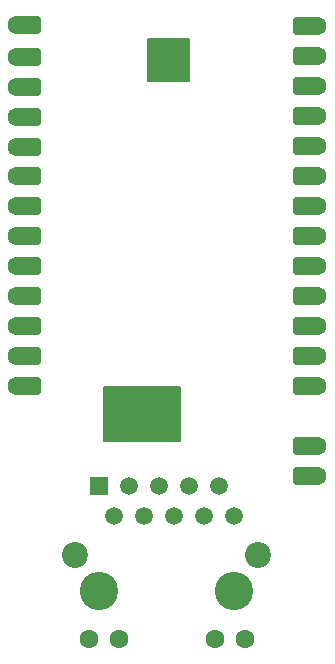
<source format=gbs>
G04 #@! TF.GenerationSoftware,KiCad,Pcbnew,8.0.2*
G04 #@! TF.CreationDate,2024-06-13T23:11:37+12:00*
G04 #@! TF.ProjectId,LAN-Module-PoE-Castellated,4c414e2d-4d6f-4647-956c-652d506f452d,rev?*
G04 #@! TF.SameCoordinates,Original*
G04 #@! TF.FileFunction,Soldermask,Bot*
G04 #@! TF.FilePolarity,Negative*
%FSLAX46Y46*%
G04 Gerber Fmt 4.6, Leading zero omitted, Abs format (unit mm)*
G04 Created by KiCad (PCBNEW 8.0.2) date 2024-06-13 23:11:37*
%MOMM*%
%LPD*%
G01*
G04 APERTURE LIST*
G04 Aperture macros list*
%AMRoundRect*
0 Rectangle with rounded corners*
0 $1 Rounding radius*
0 $2 $3 $4 $5 $6 $7 $8 $9 X,Y pos of 4 corners*
0 Add a 4 corners polygon primitive as box body*
4,1,4,$2,$3,$4,$5,$6,$7,$8,$9,$2,$3,0*
0 Add four circle primitives for the rounded corners*
1,1,$1+$1,$2,$3*
1,1,$1+$1,$4,$5*
1,1,$1+$1,$6,$7*
1,1,$1+$1,$8,$9*
0 Add four rect primitives between the rounded corners*
20,1,$1+$1,$2,$3,$4,$5,0*
20,1,$1+$1,$4,$5,$6,$7,0*
20,1,$1+$1,$6,$7,$8,$9,0*
20,1,$1+$1,$8,$9,$2,$3,0*%
G04 Aperture macros list end*
%ADD10C,0.150000*%
%ADD11RoundRect,0.400000X0.400000X0.400000X-0.400000X0.400000X-0.400000X-0.400000X0.400000X-0.400000X0*%
%ADD12R,1.295500X1.600000*%
%ADD13C,1.600000*%
%ADD14RoundRect,0.400000X-0.400000X-0.400000X0.400000X-0.400000X0.400000X0.400000X-0.400000X0.400000X0*%
%ADD15C,3.250000*%
%ADD16R,1.500000X1.500000*%
%ADD17C,1.500000*%
%ADD18C,2.200000*%
G04 APERTURE END LIST*
D10*
X40250000Y-39250000D02*
X43700000Y-39250000D01*
X43700000Y-42750000D01*
X40250000Y-42750000D01*
X40250000Y-39250000D01*
G36*
X40250000Y-39250000D02*
G01*
X43700000Y-39250000D01*
X43700000Y-42750000D01*
X40250000Y-42750000D01*
X40250000Y-39250000D01*
G37*
X36550000Y-68700000D02*
X43000000Y-68700000D01*
X43000000Y-73300000D01*
X36550000Y-73300000D01*
X36550000Y-68700000D01*
G36*
X36550000Y-68700000D02*
G01*
X43000000Y-68700000D01*
X43000000Y-73300000D01*
X36550000Y-73300000D01*
X36550000Y-68700000D01*
G37*
D11*
G04 #@! TO.C,J16*
X30480000Y-68580000D03*
D12*
X29857750Y-68580000D03*
D13*
X29210000Y-68580000D03*
G04 #@! TD*
D11*
G04 #@! TO.C,J14*
X30480000Y-66040000D03*
D12*
X29857750Y-66040000D03*
D13*
X29210000Y-66040000D03*
G04 #@! TD*
D14*
G04 #@! TO.C,J29*
X53340000Y-76260000D03*
D12*
X53962250Y-76260000D03*
D13*
X54610000Y-76260000D03*
G04 #@! TD*
D14*
G04 #@! TO.C,J28*
X53340000Y-68580000D03*
D12*
X53962250Y-68580000D03*
D13*
X54610000Y-68580000D03*
G04 #@! TD*
D14*
G04 #@! TO.C,J27*
X53340000Y-66040000D03*
D12*
X53962250Y-66040000D03*
D13*
X54610000Y-66040000D03*
G04 #@! TD*
D14*
G04 #@! TO.C,J26*
X53340000Y-60960000D03*
D12*
X53962250Y-60960000D03*
D13*
X54610000Y-60960000D03*
G04 #@! TD*
D14*
G04 #@! TO.C,J25*
X53340000Y-58420000D03*
D12*
X53962250Y-58420000D03*
D13*
X54610000Y-58420000D03*
G04 #@! TD*
D14*
G04 #@! TO.C,J24*
X53340000Y-55880000D03*
D12*
X53962250Y-55880000D03*
D13*
X54610000Y-55880000D03*
G04 #@! TD*
D14*
G04 #@! TO.C,J23*
X53340000Y-53340000D03*
D12*
X53962250Y-53340000D03*
D13*
X54610000Y-53340000D03*
G04 #@! TD*
D14*
G04 #@! TO.C,J22*
X53340000Y-50800000D03*
D12*
X53962250Y-50800000D03*
D13*
X54610000Y-50800000D03*
G04 #@! TD*
D14*
G04 #@! TO.C,J21*
X53340000Y-48260000D03*
D12*
X53962250Y-48260000D03*
D13*
X54610000Y-48260000D03*
G04 #@! TD*
D14*
G04 #@! TO.C,J20*
X53340000Y-45720000D03*
D12*
X53962250Y-45720000D03*
D13*
X54610000Y-45720000D03*
G04 #@! TD*
D14*
G04 #@! TO.C,J19*
X53340000Y-43180000D03*
D12*
X53962250Y-43180000D03*
D13*
X54610000Y-43180000D03*
G04 #@! TD*
D14*
G04 #@! TO.C,J18*
X53340000Y-40640000D03*
D12*
X53962250Y-40640000D03*
D13*
X54610000Y-40640000D03*
G04 #@! TD*
D14*
G04 #@! TO.C,J17*
X53340000Y-38100000D03*
D12*
X53962250Y-38100000D03*
D13*
X54610000Y-38100000D03*
G04 #@! TD*
D14*
G04 #@! TO.C,J15*
X53340000Y-63500000D03*
D12*
X53962250Y-63500000D03*
D13*
X54610000Y-63500000D03*
G04 #@! TD*
D11*
G04 #@! TO.C,J13*
X30480000Y-63500000D03*
D12*
X29857750Y-63500000D03*
D13*
X29210000Y-63500000D03*
G04 #@! TD*
D11*
G04 #@! TO.C,J12*
X30480000Y-60960000D03*
D12*
X29857750Y-60960000D03*
D13*
X29210000Y-60960000D03*
G04 #@! TD*
D11*
G04 #@! TO.C,J11*
X30480000Y-58420000D03*
D12*
X29857750Y-58420000D03*
D13*
X29210000Y-58420000D03*
G04 #@! TD*
D11*
G04 #@! TO.C,J10*
X30480000Y-55880000D03*
D12*
X29857750Y-55880000D03*
D13*
X29210000Y-55880000D03*
G04 #@! TD*
D11*
G04 #@! TO.C,J9*
X30480000Y-53340000D03*
D12*
X29857750Y-53340000D03*
D13*
X29210000Y-53340000D03*
G04 #@! TD*
D11*
G04 #@! TO.C,J8*
X30480000Y-50800000D03*
D12*
X29857750Y-50800000D03*
D13*
X29210000Y-50800000D03*
G04 #@! TD*
D11*
G04 #@! TO.C,J7*
X30480000Y-48400000D03*
D12*
X29857750Y-48400000D03*
D13*
X29210000Y-48400000D03*
G04 #@! TD*
D11*
G04 #@! TO.C,J6*
X30480000Y-45860000D03*
D12*
X29857750Y-45860000D03*
D13*
X29210000Y-45860000D03*
G04 #@! TD*
D11*
G04 #@! TO.C,J5*
X30480000Y-43320000D03*
D12*
X29857750Y-43320000D03*
D13*
X29210000Y-43320000D03*
G04 #@! TD*
D11*
G04 #@! TO.C,J4*
X30480000Y-40780000D03*
D12*
X29857750Y-40780000D03*
D13*
X29210000Y-40780000D03*
G04 #@! TD*
D11*
G04 #@! TO.C,J3*
X30480000Y-38010000D03*
D12*
X29857750Y-38010000D03*
D13*
X29210000Y-38010000D03*
G04 #@! TD*
D14*
G04 #@! TO.C,J2*
X53340000Y-73660000D03*
D12*
X53962250Y-73660000D03*
D13*
X54610000Y-73660000D03*
G04 #@! TD*
D15*
G04 #@! TO.C,J1*
X36150000Y-85921233D03*
X47580000Y-85921233D03*
D16*
X36150000Y-77031233D03*
D17*
X37420000Y-79571233D03*
X38690000Y-77031233D03*
X39960000Y-79571233D03*
X41230000Y-77031233D03*
X42500000Y-79571233D03*
X43770000Y-77031233D03*
X45040000Y-79571233D03*
X46310000Y-77031233D03*
X47580000Y-79571233D03*
D13*
X35235000Y-90001233D03*
X37775000Y-90001233D03*
X45955000Y-90001233D03*
X48495000Y-90001233D03*
D18*
X34120000Y-82871233D03*
X49610000Y-82871233D03*
G04 #@! TD*
M02*

</source>
